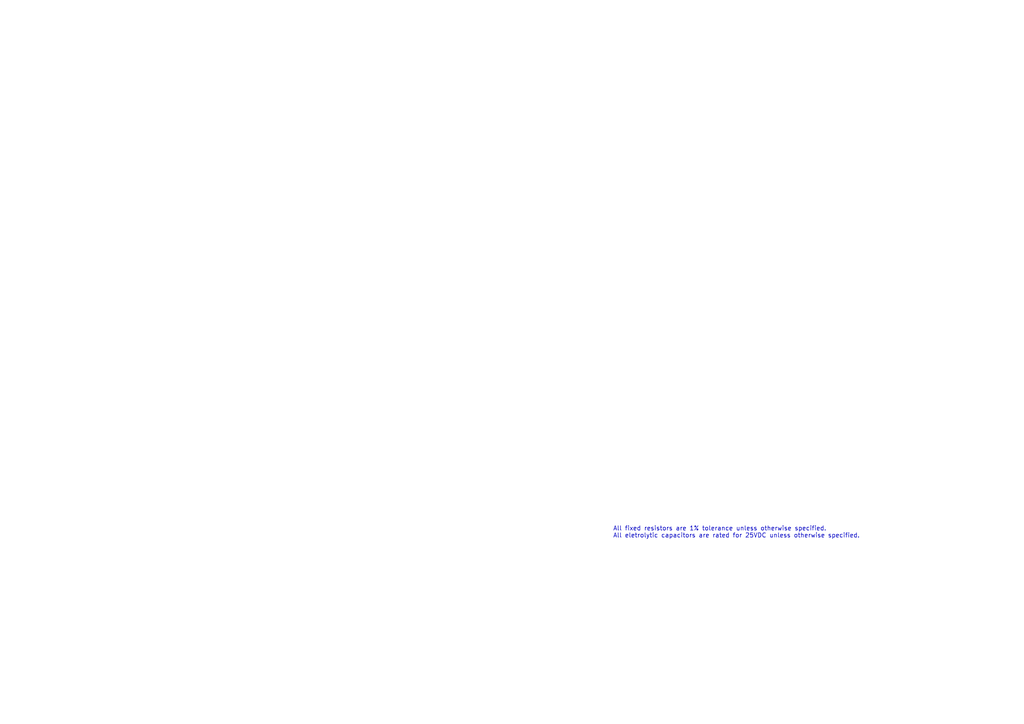
<source format=kicad_sch>
(kicad_sch (version 20211123) (generator eeschema)

  (uuid d0dfd7c1-401d-4f64-8463-f4c0813ac28f)

  (paper "A4")

  (title_block
    (title "Eurorack Buffered Mult")
    (date "2022-06-05")
    (rev "1.0")
    (company "Len Popp")
    (comment 1 "Copyright © 2022 Len Popp CC BY")
    (comment 2 "Eurorackbuffered multiple module - 4HP")
  )

  (lib_symbols
  )


  (text "All fixed resistors are 1% tolerance unless otherwise specified.\nAll eletrolytic capacitors are rated for 25VDC unless otherwise specified."
    (at 177.8 156.21 0)
    (effects (font (size 1.27 1.27)) (justify left bottom))
    (uuid 23e66461-bcf2-4335-93c2-5c91dfd00187)
  )
)

</source>
